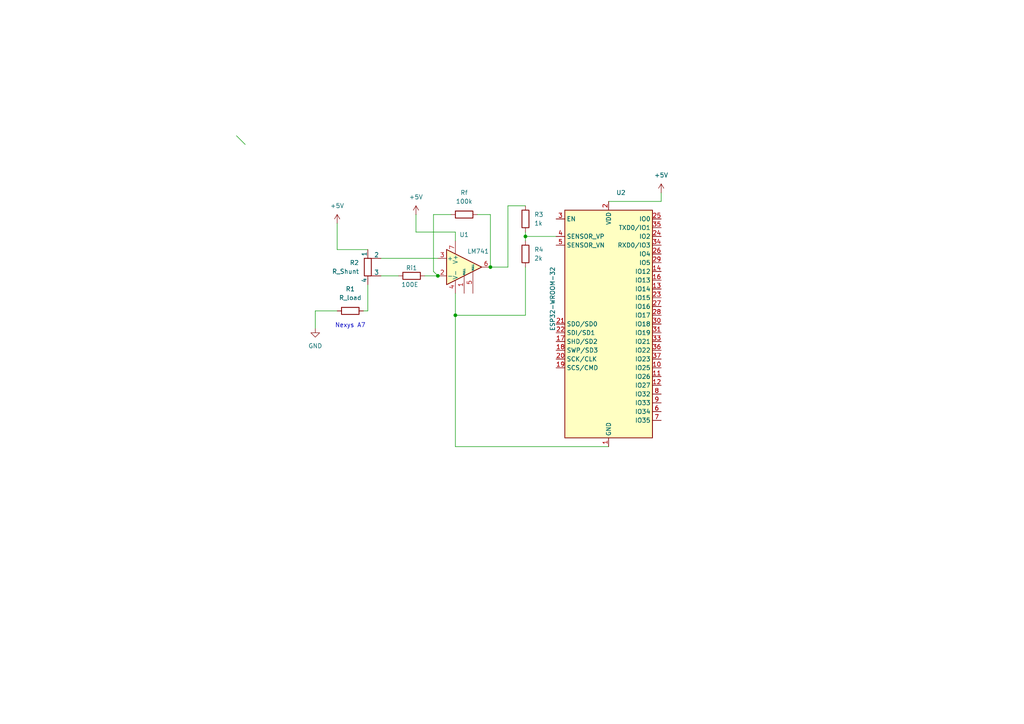
<source format=kicad_sch>
(kicad_sch (version 20231120) (generator "eeschema") (generator_version "8.0")
  (paper "A4")
  (lib_symbols
    (symbol "Amplifier_Operational:LM741" (pin_names (offset 0.127))
      (property "Reference" "U" (at 0 6.35 0))
      (property "Value" "LM741" (at 0 3.81 0))
      (symbol "LM741_0_1"
        (polyline (pts (xy -5.08 5.08) (xy 5.08 0) (xy -5.08 -5.08) (xy -5.08 5.08)) (stroke (width 0.254)) (fill (type background)))
      )
      (symbol "LM741_1_1"
        (pin input line (at 0 -7.62 90) (length 5.08) (name "NULL") (number "1"))
        (pin input line (at -7.62 -2.54 0) (length 2.54) (name "-") (number "2"))
        (pin input line (at -7.62 2.54 0) (length 2.54) (name "+") (number "3"))
        (pin power_in line (at -2.54 -7.62 90) (length 3.81) (name "V-") (number "4"))
        (pin input line (at 2.54 -7.62 90) (length 6.35) (name "NULL") (number "5"))
        (pin output line (at 7.62 0 180) (length 2.54) (name "~") (number "6"))
        (pin power_in line (at -2.54 7.62 270) (length 3.81) (name "V+") (number "7"))
        (pin no_connect line (at 0 2.54 270) (length 2.54) hide (name "NC") (number "8"))
      )
    )
    (symbol "Device:R" (pin_numbers hide) (pin_names (offset 0))
      (property "Reference" "R" (at 2.032 0 90))
      (property "Value" "R" (at 0 0 90))
      (symbol "R_0_1"
        (rectangle (start -1.016 -2.54) (end 1.016 2.54) (stroke (width 0.254)))
      )
      (symbol "R_1_1"
        (pin passive line (at 0 3.81 270) (length 1.27) (name "~") (number "1"))
        (pin passive line (at 0 -3.81 90) (length 1.27) (name "~") (number "2"))
      )
    )
    (symbol "Device:R_Shunt" (pin_numbers hide) (pin_names (offset 0))
      (property "Reference" "R" (at -4.445 0 90))
      (property "Value" "R_Shunt" (at -2.54 0 90))
      (symbol "R_Shunt_0_1"
        (rectangle (start -1.016 -2.54) (end 1.016 2.54) (stroke (width 0.254)))
        (polyline (pts (xy 0 -2.54) (xy 1.27 -2.54)))
        (polyline (pts (xy 1.27 2.54) (xy 0 2.54)))
      )
      (symbol "R_Shunt_1_1"
        (pin passive line (at 0 5.08 270) (length 2.54) (name "1") (number "1"))
        (pin passive line (at 3.81 2.54 180) (length 2.54) (name "2") (number "2"))
        (pin passive line (at 3.81 -2.54 180) (length 2.54) (name "3") (number "3"))
        (pin passive line (at 0 -5.08 90) (length 2.54) (name "4") (number "4"))
      )
    )
    (symbol "RF_Module:ESP32-WROOM-32"
      (property "Reference" "U" (at -12.7 34.29 0))
      (property "Value" "ESP32-WROOM-32" (at 1.27 34.29 0))
      (symbol "ESP32-WROOM-32_0_1"
        (rectangle (start -12.7 33.02) (end 12.7 -33.02) (stroke (width 0.254)) (fill (type background)))
      )
      (symbol "ESP32-WROOM-32_1_1"
        (pin power_in line (at 0 -35.56 90) (length 2.54) (name "GND") (number "1"))
        (pin bidirectional line (at 15.24 -12.7 180) (length 2.54) (name "IO25") (number "10"))
        (pin bidirectional line (at 15.24 -15.24 180) (length 2.54) (name "IO26") (number "11"))
        (pin bidirectional line (at 15.24 -17.78 180) (length 2.54) (name "IO27") (number "12"))
        (pin bidirectional line (at 15.24 10.16 180) (length 2.54) (name "IO14") (number "13"))
        (pin bidirectional line (at 15.24 15.24 180) (length 2.54) (name "IO12") (number "14"))
        (pin passive line (at 0 -35.56 90) (length 2.54) hide (name "GND") (number "15"))
        (pin bidirectional line (at 15.24 12.7 180) (length 2.54) (name "IO13") (number "16"))
        (pin bidirectional line (at -15.24 -5.08 0) (length 2.54) (name "SHD/SD2") (number "17"))
        (pin bidirectional line (at -15.24 -7.62 0) (length 2.54) (name "SWP/SD3") (number "18"))
        (pin bidirectional line (at -15.24 -12.7 0) (length 2.54) (name "SCS/CMD") (number "19"))
        (pin power_in line (at 0 35.56 270) (length 2.54) (name "VDD") (number "2"))
        (pin bidirectional line (at -15.24 -10.16 0) (length 2.54) (name "SCK/CLK") (number "20"))
        (pin bidirectional line (at -15.24 0 0) (length 2.54) (name "SDO/SD0") (number "21"))
        (pin bidirectional line (at -15.24 -2.54 0) (length 2.54) (name "SDI/SD1") (number "22"))
        (pin bidirectional line (at 15.24 7.62 180) (length 2.54) (name "IO15") (number "23"))
        (pin bidirectional line (at 15.24 25.4 180) (length 2.54) (name "IO2") (number "24"))
        (pin bidirectional line (at 15.24 30.48 180) (length 2.54) (name "IO0") (number "25"))
        (pin bidirectional line (at 15.24 20.32 180) (length 2.54) (name "IO4") (number "26"))
        (pin bidirectional line (at 15.24 5.08 180) (length 2.54) (name "IO16") (number "27"))
        (pin bidirectional line (at 15.24 2.54 180) (length 2.54) (name "IO17") (number "28"))
        (pin bidirectional line (at 15.24 17.78 180) (length 2.54) (name "IO5") (number "29"))
        (pin input line (at -15.24 30.48 0) (length 2.54) (name "EN") (number "3"))
        (pin bidirectional line (at 15.24 0 180) (length 2.54) (name "IO18") (number "30"))
        (pin bidirectional line (at 15.24 -2.54 180) (length 2.54) (name "IO19") (number "31"))
        (pin no_connect line (at -12.7 -27.94 0) (length 2.54) hide (name "NC") (number "32"))
        (pin bidirectional line (at 15.24 -5.08 180) (length 2.54) (name "IO21") (number "33"))
        (pin bidirectional line (at 15.24 22.86 180) (length 2.54) (name "RXD0/IO3") (number "34"))
        (pin bidirectional line (at 15.24 27.94 180) (length 2.54) (name "TXD0/IO1") (number "35"))
        (pin bidirectional line (at 15.24 -7.62 180) (length 2.54) (name "IO22") (number "36"))
        (pin bidirectional line (at 15.24 -10.16 180) (length 2.54) (name "IO23") (number "37"))
        (pin passive line (at 0 -35.56 90) (length 2.54) hide (name "GND") (number "38"))
        (pin passive line (at 0 -35.56 90) (length 2.54) hide (name "GND") (number "39"))
        (pin input line (at -15.24 25.4 0) (length 2.54) (name "SENSOR_VP") (number "4"))
        (pin input line (at -15.24 22.86 0) (length 2.54) (name "SENSOR_VN") (number "5"))
        (pin input line (at 15.24 -25.4 180) (length 2.54) (name "IO34") (number "6"))
        (pin input line (at 15.24 -27.94 180) (length 2.54) (name "IO35") (number "7"))
        (pin bidirectional line (at 15.24 -20.32 180) (length 2.54) (name "IO32") (number "8"))
        (pin bidirectional line (at 15.24 -22.86 180) (length 2.54) (name "IO33") (number "9"))
      )
    )
    (symbol "power:+5V" (power) (pin_numbers hide) (pin_names (offset 0) hide)
      (property "Value" "+5V" (at 0 3.556 0))
      (symbol "+5V_0_1"
        (polyline (pts (xy -0.762 1.27) (xy 0 2.54)))
        (polyline (pts (xy 0 0) (xy 0 2.54)))
        (polyline (pts (xy 0 2.54) (xy 0.762 1.27)))
      )
      (symbol "+5V_1_1"
        (pin power_in line (at 0 0 90) (length 0) (name "~") (number "1"))
      )
    )
    (symbol "power:GND" (power) (pin_numbers hide) (pin_names (offset 0) hide)
      (property "Value" "GND" (at 0 -3.81 0))
      (symbol "GND_0_1"
        (polyline (pts (xy 0 0) (xy 0 -1.27) (xy 1.27 -1.27) (xy 0 -2.54) (xy -1.27 -1.27) (xy 0 -1.27)))
      )
      (symbol "GND_1_1"
        (pin power_in line (at 0 0 270) (length 0) (name "~") (number "1"))
      )
    )
  )
  (junction (at 152.4 68.58))
  (junction (at 132.08 91.44))
  (junction (at 142.24 77.47))
  (junction (at 127 80.01))
  (bus_entry (at 68.58 39.37) (size 2.54 2.54))
  (wire (pts (xy 91.44 90.17) (xy 91.44 95.25)))
  (wire (pts (xy 152.4 68.58) (xy 152.4 69.85)))
  (wire (pts (xy 125.73 78.74) (xy 127 80.01)))
  (wire (pts (xy 132.08 67.31) (xy 132.08 69.85)))
  (wire (pts (xy 132.08 91.44) (xy 132.08 129.54)))
  (wire (pts (xy 97.79 90.17) (xy 91.44 90.17)))
  (wire (pts (xy 142.24 77.47) (xy 147.32 77.47)))
  (wire (pts (xy 97.79 72.39) (xy 106.68 72.39)))
  (wire (pts (xy 132.08 129.54) (xy 176.53 129.54)))
  (wire (pts (xy 138.43 62.23) (xy 142.24 62.23)))
  (wire (pts (xy 123.19 80.01) (xy 127 80.01)))
  (wire (pts (xy 152.4 67.31) (xy 152.4 68.58)))
  (wire (pts (xy 120.65 62.23) (xy 120.65 67.31)))
  (wire (pts (xy 147.32 59.69) (xy 152.4 59.69)))
  (wire (pts (xy 142.24 62.23) (xy 142.24 77.47)))
  (wire (pts (xy 125.73 62.23) (xy 125.73 78.74)))
  (wire (pts (xy 97.79 64.77) (xy 97.79 72.39)))
  (wire (pts (xy 147.32 77.47) (xy 147.32 59.69)))
  (wire (pts (xy 152.4 68.58) (xy 161.29 68.58)))
  (wire (pts (xy 110.49 74.93) (xy 127 74.93)))
  (wire (pts (xy 106.68 82.55) (xy 106.68 90.17)))
  (wire (pts (xy 191.77 58.42) (xy 191.77 55.88)))
  (wire (pts (xy 132.08 85.09) (xy 132.08 91.44)))
  (wire (pts (xy 125.73 62.23) (xy 130.81 62.23)))
  (wire (pts (xy 106.68 90.17) (xy 105.41 90.17)))
  (wire (pts (xy 152.4 77.47) (xy 152.4 91.44)))
  (wire (pts (xy 132.08 91.44) (xy 152.4 91.44)))
  (wire (pts (xy 176.53 58.42) (xy 191.77 58.42)))
  (wire (pts (xy 120.65 67.31) (xy 132.08 67.31)))
  (wire (pts (xy 110.49 80.01) (xy 115.57 80.01)))
  (text "Nexys A7\n\n" (at 101.6 95.504 0) (effects (font (size 1.27 1.27))))
  (symbol (lib_id "Device:R") (at 119.38 80.01 90) (unit 1)
    (property "Reference" "Ri1" (at 119.38 77.724 90))
    (property "Value" "100E" (at 118.872 82.55 90))
    (property "Description" "Resistor" (effects (hide yes)))
  )
  (symbol (lib_id "Device:R_Shunt") (at 106.68 77.47 0) (unit 1)
    (property "Reference" "R2" (at 104.14 76.1999 0) (effects (justify right)))
    (property "Value" "R_Shunt" (at 104.14 78.7399 0) (effects (justify right)))
    (property "Description" "Shunt resistor" (effects (hide yes)))
  )
  (symbol (lib_id "RF_Module:ESP32-WROOM-32") (at 176.53 93.98 0) (unit 1)
    (property "Reference" "U2" (at 178.7241 55.88 0) (effects (justify left)))
    (property "Value" "ESP32-WROOM-32" (at 160.274 96.012 90) (effects (justify left)))
    (property "Footprint" "RF_Module:ESP32-WROOM-32" (effects (hide yes)))
    (property "Datasheet" "https://www.espressif.com/sites/default/files/documentation/esp32-wroom-32_datasheet_en.pdf" (effects (hide yes)))
    (property "Description" "RF Module, ESP32-D0WDQ6 SoC, Wi-Fi 802.11b/g/n, Bluetooth, BLE, 32-bit, 2.7-3.6V, onboard antenna, SMD" (effects (hide yes)))
  )
  (symbol (lib_id "Device:R") (at 134.62 62.23 90) (unit 1)
    (property "Reference" "Rf" (at 134.62 55.88 90))
    (property "Value" "100k" (at 134.62 58.42 90))
    (property "Description" "Resistor" (effects (hide yes)))
  )
  (symbol (lib_id "Device:R") (at 101.6 90.17 90) (unit 1)
    (property "Reference" "R1" (at 101.6 83.82 90))
    (property "Value" "R_load" (at 101.6 86.36 90))
    (property "Description" "Resistor" (effects (hide yes)))
  )
  (symbol (lib_id "power:+5V") (at 120.65 62.23 0) (unit 1)
    (property "Reference" "#PWR03" (effects (hide yes)))
    (property "Value" "+5V" (at 120.65 57.15 0))
    (property "Description" "Power symbol creates a global label with name \"+5V\"" (effects (hide yes)))
  )
  (symbol (lib_id "power:GND") (at 91.44 95.25 0) (unit 1)
    (property "Reference" "#PWR02" (effects (hide yes)))
    (property "Value" "GND" (at 91.44 100.33 0))
    (property "Description" "Power symbol creates a global label with name \"GND\" , ground" (effects (hide yes)))
  )
  (symbol (lib_id "power:+5V") (at 191.77 55.88 0) (unit 1)
    (property "Reference" "#PWR04" (effects (hide yes)))
    (property "Value" "+5V" (at 191.77 50.8 0))
    (property "Description" "Power symbol creates a global label with name \"+5V\"" (effects (hide yes)))
  )
  (symbol (lib_id "Device:R") (at 152.4 63.5 0) (unit 1)
    (property "Reference" "R3" (at 154.94 62.2299 0) (effects (justify left)))
    (property "Value" "1k" (at 154.94 64.7699 0) (effects (justify left)))
    (property "Description" "Resistor" (effects (hide yes)))
  )
  (symbol (lib_id "power:+5V") (at 97.79 64.77 0) (unit 1)
    (property "Reference" "#PWR01" (effects (hide yes)))
    (property "Value" "+5V" (at 97.79 59.69 0))
    (property "Description" "Power symbol creates a global label with name \"+5V\"" (effects (hide yes)))
  )
  (symbol (lib_id "Amplifier_Operational:LM741") (at 134.62 77.47 0) (unit 1)
    (property "Reference" "U1" (at 134.62 68.072 0))
    (property "Value" "LM741" (at 138.684 72.898 0))
    (property "Datasheet" "http://www.ti.com/lit/ds/symlink/lm741.pdf" (effects (hide yes)))
    (property "Description" "Operational Amplifier, DIP-8/TO-99-8" (effects (hide yes)))
  )
  (symbol (lib_id "Device:R") (at 152.4 73.66 0) (unit 1)
    (property "Reference" "R4" (at 154.94 72.3899 0) (effects (justify left)))
    (property "Value" "2k" (at 154.94 74.9299 0) (effects (justify left)))
    (property "Description" "Resistor" (effects (hide yes)))
  )
)
</source>
